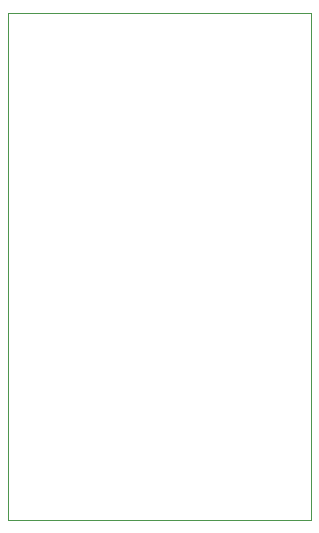
<source format=gbr>
%TF.GenerationSoftware,KiCad,Pcbnew,8.0.6*%
%TF.CreationDate,2025-02-06T00:10:06+01:00*%
%TF.ProjectId,breakout,62726561-6b6f-4757-942e-6b696361645f,rev?*%
%TF.SameCoordinates,Original*%
%TF.FileFunction,Profile,NP*%
%FSLAX46Y46*%
G04 Gerber Fmt 4.6, Leading zero omitted, Abs format (unit mm)*
G04 Created by KiCad (PCBNEW 8.0.6) date 2025-02-06 00:10:06*
%MOMM*%
%LPD*%
G01*
G04 APERTURE LIST*
%TA.AperFunction,Profile*%
%ADD10C,0.050000*%
%TD*%
G04 APERTURE END LIST*
D10*
X81788000Y-81280000D02*
X107442000Y-81280000D01*
X107442000Y-124206000D01*
X81788000Y-124206000D01*
X81788000Y-81280000D01*
M02*

</source>
